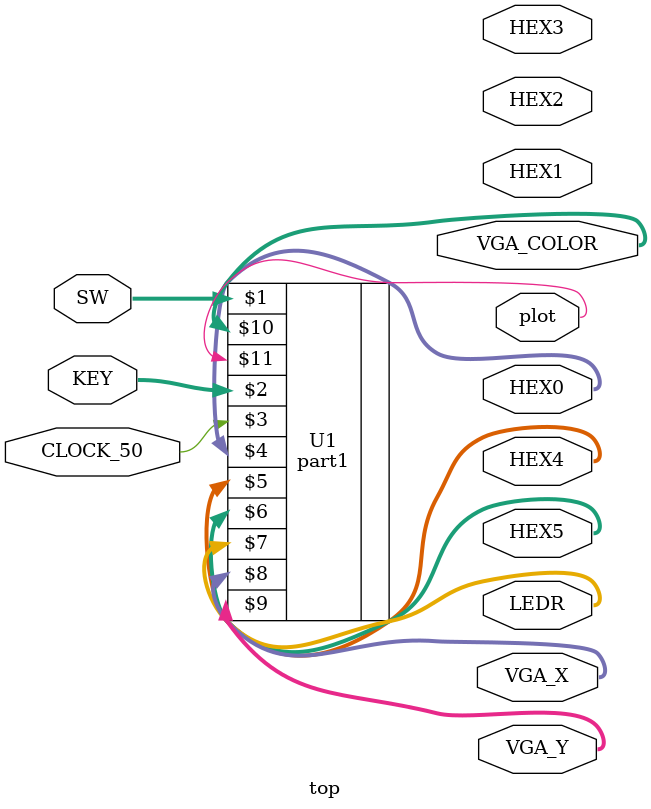
<source format=v>
module top (CLOCK_50, SW, KEY, HEX0, HEX1, HEX2, HEX3, HEX4, HEX5, LEDR, VGA_X, VGA_Y, VGA_COLOR, plot);

    input CLOCK_50;             // DE-series 50 MHz clock signal
    input wire [9:0] SW;        // DE-series switches
    input wire [3:0] KEY;       // DE-series pushbuttons

    output wire [6:0] HEX0;     // DE-series HEX displays
    output wire [6:0] HEX1;
    output wire [6:0] HEX2;
    output wire [6:0] HEX3;
    output wire [6:0] HEX4;
    output wire [6:0] HEX5;

    /*----- UN-COMMENT ON DE1-SOC------*/
    //inout wire PS2_CLK;
    //inout wire PS2_DAT;

    output wire [9:0] LEDR;     // DE-series LEDs   
    output wire [9:0] VGA_X;
    output wire [8:0] VGA_Y;
    output wire [23:0] VGA_COLOR;
    output wire plot;

    // The VGA resolution, which can be set to "640x480", "320x240", or "160x120"
    parameter RESOLUTION = "640x480";
    parameter COLOR_DEPTH = 9; // Can be set to 9, 6, or 3
    // VGA x bitwidth
    parameter n = (RESOLUTION == "640x480") ? 10 : ((RESOLUTION == "320x240") ? 9 : 8);

    part1 U1 (SW, KEY, CLOCK_50, HEX0, HEX4, HEX5, LEDR, VGA_X[n-1:0], VGA_Y[n-2:0], VGA_COLOR, plot);
        defparam U1.RESOLUTION = RESOLUTION;
        defparam U1.COLOR_DEPTH = COLOR_DEPTH;

endmodule


</source>
